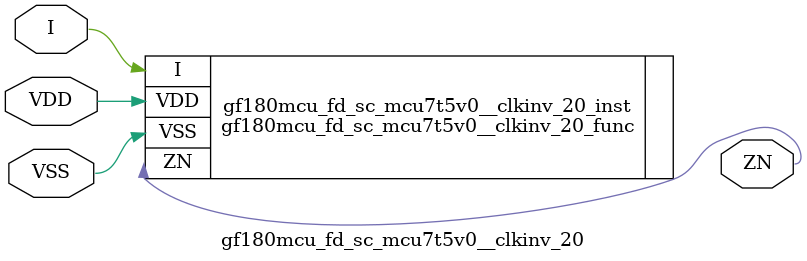
<source format=v>

module gf180mcu_fd_sc_mcu7t5v0__clkinv_20( I, ZN, VDD, VSS );
input I;
inout VDD, VSS;
output ZN;

   `ifdef FUNCTIONAL  //  functional //

	gf180mcu_fd_sc_mcu7t5v0__clkinv_20_func gf180mcu_fd_sc_mcu7t5v0__clkinv_20_behav_inst(.I(I),.ZN(ZN),.VDD(VDD),.VSS(VSS));

   `else

	gf180mcu_fd_sc_mcu7t5v0__clkinv_20_func gf180mcu_fd_sc_mcu7t5v0__clkinv_20_inst(.I(I),.ZN(ZN),.VDD(VDD),.VSS(VSS));

	// spec_gates_begin


	// spec_gates_end



   specify

	// specify_block_begin

	// comb arc I --> ZN
	 (I => ZN) = (1.0,1.0);

	// specify_block_end

   endspecify

   `endif

endmodule

</source>
